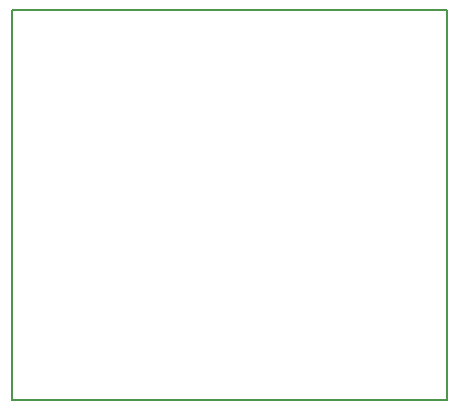
<source format=gbr>
G04 #@! TF.GenerationSoftware,KiCad,Pcbnew,(5.0.2)-1*
G04 #@! TF.CreationDate,2019-02-28T16:21:18-03:00*
G04 #@! TF.ProjectId,helloworldfinal,68656c6c-6f77-46f7-926c-6466696e616c,rev?*
G04 #@! TF.SameCoordinates,PX95f1410PY734d940*
G04 #@! TF.FileFunction,Profile,NP*
%FSLAX46Y46*%
G04 Gerber Fmt 4.6, Leading zero omitted, Abs format (unit mm)*
G04 Created by KiCad (PCBNEW (5.0.2)-1) date 2/28/2019 4:21:18 PM*
%MOMM*%
%LPD*%
G01*
G04 APERTURE LIST*
%ADD10C,0.150000*%
G04 APERTURE END LIST*
D10*
X254000Y33274000D02*
X1524000Y33274000D01*
X254000Y254000D02*
X254000Y33274000D01*
X37084000Y254000D02*
X254000Y254000D01*
X37084000Y33274000D02*
X37084000Y254000D01*
X1524000Y33274000D02*
X37084000Y33274000D01*
M02*

</source>
